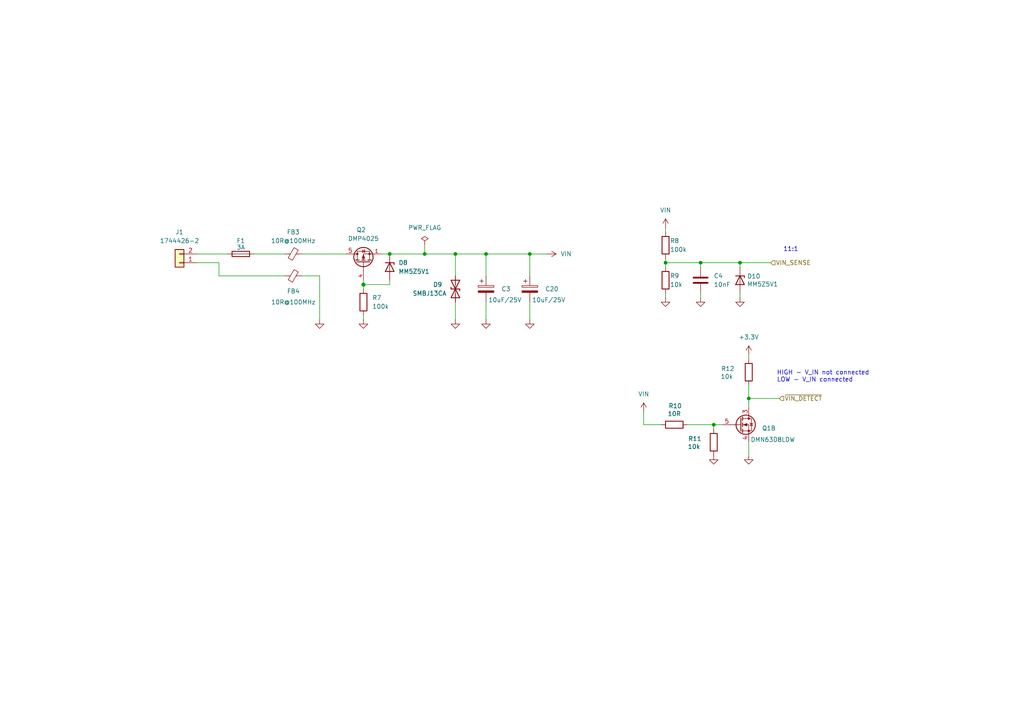
<source format=kicad_sch>
(kicad_sch (version 20231120) (generator "eeschema") (generator_version "8.0")
  (paper "A4")
  (title_block (title "Interface shield") (date "2024-06-04") (rev "${VERSION}") (company "TrendBit s.r.o.") (comment 1 "Designed by: Petr Malaník"))
  (lib_symbols
    (symbol "Connector_Generic:Conn_01x02" (pin_names (offset 1.016) hide)
      (property "Reference" "J" (at 0 2.54 0))
      (property "Value" "Conn_01x02" (at 0 -5.08 0))
      (symbol "Conn_01x02_1_1"
        (rectangle (start -1.27 -2.413) (end 0 -2.667) (stroke (width 0.1524)))
        (rectangle (start -1.27 0.127) (end 0 -0.127) (stroke (width 0.1524)))
        (rectangle (start -1.27 1.27) (end 1.27 -3.81) (stroke (width 0.254)) (fill (type background)))
        (pin passive line (at -5.08 0 0) (length 3.81) (name "Pin_1") (number "1"))
        (pin passive line (at -5.08 -2.54 0) (length 3.81) (name "Pin_2") (number "2"))
      )
    )
    (symbol "Device:C" (pin_numbers hide) (pin_names (offset 0.254))
      (property "Reference" "C" (at 0.635 2.54 0))
      (property "Value" "C" (at 0.635 -2.54 0))
      (symbol "C_0_1"
        (polyline (pts (xy -2.032 -0.762) (xy 2.032 -0.762)) (stroke (width 0.508)))
        (polyline (pts (xy -2.032 0.762) (xy 2.032 0.762)) (stroke (width 0.508)))
      )
      (symbol "C_1_1"
        (pin passive line (at 0 3.81 270) (length 2.794) (name "~") (number "1"))
        (pin passive line (at 0 -3.81 90) (length 2.794) (name "~") (number "2"))
      )
    )
    (symbol "Device:C_Polarized" (pin_numbers hide) (pin_names (offset 0.254))
      (property "Reference" "C" (at 0.635 2.54 0))
      (property "Value" "C_Polarized" (at 0.635 -2.54 0))
      (symbol "C_Polarized_0_1"
        (rectangle (start -2.286 0.508) (end 2.286 1.016))
        (polyline (pts (xy -1.778 2.286) (xy -0.762 2.286)))
        (polyline (pts (xy -1.27 2.794) (xy -1.27 1.778)))
        (rectangle (start 2.286 -0.508) (end -2.286 -1.016) (fill (type outline)))
      )
      (symbol "C_Polarized_1_1"
        (pin passive line (at 0 3.81 270) (length 2.794) (name "~") (number "1"))
        (pin passive line (at 0 -3.81 90) (length 2.794) (name "~") (number "2"))
      )
    )
    (symbol "Device:D_TVS" (pin_numbers hide) (pin_names (offset 1.016) hide)
      (property "Reference" "D" (at 0 2.54 0))
      (property "Value" "D_TVS" (at 0 -2.54 0))
      (symbol "D_TVS_0_1"
        (polyline (pts (xy 1.27 0) (xy -1.27 0)))
        (polyline (pts (xy 0.508 1.27) (xy 0 1.27) (xy 0 -1.27) (xy -0.508 -1.27)) (stroke (width 0.254)))
        (polyline (pts (xy -2.54 1.27) (xy -2.54 -1.27) (xy 2.54 1.27) (xy 2.54 -1.27) (xy -2.54 1.27)) (stroke (width 0.254)))
      )
      (symbol "D_TVS_1_1"
        (pin passive line (at -3.81 0 0) (length 2.54) (name "A1") (number "1"))
        (pin passive line (at 3.81 0 180) (length 2.54) (name "A2") (number "2"))
      )
    )
    (symbol "Device:D_Zener" (pin_numbers hide) (pin_names (offset 1.016) hide)
      (property "Reference" "D" (at 0 2.54 0))
      (property "Value" "D_Zener" (at 0 -2.54 0))
      (symbol "D_Zener_0_1"
        (polyline (pts (xy 1.27 0) (xy -1.27 0)))
        (polyline (pts (xy -1.27 -1.27) (xy -1.27 1.27) (xy -0.762 1.27)) (stroke (width 0.254)))
        (polyline (pts (xy 1.27 -1.27) (xy 1.27 1.27) (xy -1.27 0) (xy 1.27 -1.27)) (stroke (width 0.254)))
      )
      (symbol "D_Zener_1_1"
        (pin passive line (at -3.81 0 0) (length 2.54) (name "K") (number "1"))
        (pin passive line (at 3.81 0 180) (length 2.54) (name "A") (number "2"))
      )
    )
    (symbol "Device:FerriteBead_Small" (pin_numbers hide) (pin_names (offset 0))
      (property "Reference" "FB" (at 1.905 1.27 0))
      (property "Value" "FerriteBead_Small" (at 1.905 -1.27 0))
      (symbol "FerriteBead_Small_0_1"
        (polyline (pts (xy 0 -1.27) (xy 0 -0.7874)))
        (polyline (pts (xy 0 0.889) (xy 0 1.2954)))
        (polyline (pts (xy -1.8288 0.2794) (xy -1.1176 1.4986) (xy 1.8288 -0.2032) (xy 1.1176 -1.4224) (xy -1.8288 0.2794)))
      )
      (symbol "FerriteBead_Small_1_1"
        (pin passive line (at 0 2.54 270) (length 1.27) (name "~") (number "1"))
        (pin passive line (at 0 -2.54 90) (length 1.27) (name "~") (number "2"))
      )
    )
    (symbol "Device:Fuse" (pin_numbers hide) (pin_names (offset 0))
      (property "Reference" "F" (at 2.032 0 90))
      (property "Value" "Fuse" (at -1.905 0 90))
      (symbol "Fuse_0_1"
        (rectangle (start -0.762 -2.54) (end 0.762 2.54) (stroke (width 0.254)))
        (polyline (pts (xy 0 2.54) (xy 0 -2.54)))
      )
      (symbol "Fuse_1_1"
        (pin passive line (at 0 3.81 270) (length 1.27) (name "~") (number "1"))
        (pin passive line (at 0 -3.81 90) (length 1.27) (name "~") (number "2"))
      )
    )
    (symbol "Device:R" (pin_numbers hide) (pin_names (offset 0))
      (property "Reference" "R" (at 2.032 0 90))
      (property "Value" "R" (at 0 0 90))
      (symbol "R_0_1"
        (rectangle (start -1.016 -2.54) (end 1.016 2.54) (stroke (width 0.254)))
      )
      (symbol "R_1_1"
        (pin passive line (at 0 3.81 270) (length 1.27) (name "~") (number "1"))
        (pin passive line (at 0 -3.81 90) (length 1.27) (name "~") (number "2"))
      )
    )
    (symbol "TCY_transistors:DMN63D8LDW" (pin_names (offset 0) hide)
      (property "Reference" "Q" (at 6.35 1.27 0))
      (property "Value" "DMN63D8LDW" (at 19.05 -1.27 0))
      (symbol "DMN63D8LDW_0_1"
        (polyline (pts (xy 0.254 0) (xy -2.54 0)))
        (polyline (pts (xy 0.254 1.905) (xy 0.254 -1.905)) (stroke (width 0.254)))
        (polyline (pts (xy 0.762 -1.27) (xy 0.762 -2.286)) (stroke (width 0.254)))
        (polyline (pts (xy 0.762 0.508) (xy 0.762 -0.508)) (stroke (width 0.254)))
        (polyline (pts (xy 0.762 2.286) (xy 0.762 1.27)) (stroke (width 0.254)))
        (polyline (pts (xy 2.54 2.54) (xy 2.54 1.778)))
        (polyline (pts (xy 2.54 -2.54) (xy 2.54 0) (xy 0.762 0)))
        (polyline (pts (xy 0.762 -1.778) (xy 3.302 -1.778) (xy 3.302 1.778) (xy 0.762 1.778)))
        (polyline (pts (xy 1.016 0) (xy 2.032 0.381) (xy 2.032 -0.381) (xy 1.016 0)) (fill (type outline)))
        (polyline (pts (xy 2.794 0.508) (xy 2.921 0.381) (xy 3.683 0.381) (xy 3.81 0.254)))
        (polyline (pts (xy 3.302 0.381) (xy 2.921 -0.254) (xy 3.683 -0.254) (xy 3.302 0.381)))
        (circle (center 1.651 0) (radius 2.794) (stroke (width 0.254)))
        (circle (center 2.54 -1.778) (radius 0.254) (fill (type outline)))
        (circle (center 2.54 1.778) (radius 0.254) (fill (type outline)))
      )
      (symbol "DMN63D8LDW_1_1"
        (pin passive line (at 2.54 -5.08 90) (length 2.54) (name "S") (number "1"))
        (pin input line (at -5.08 0 0) (length 2.54) (name "G") (number "2"))
        (pin passive line (at 2.54 5.08 270) (length 2.54) (name "D") (number "6"))
      )
      (symbol "DMN63D8LDW_2_1"
        (pin passive line (at 2.54 5.08 270) (length 2.54) (name "D") (number "3"))
        (pin passive line (at 2.54 -5.08 90) (length 2.54) (name "S") (number "4"))
        (pin input line (at -5.08 0 0) (length 2.54) (name "G") (number "5"))
      )
    )
    (symbol "TCY_transistors:SiS413DN" (pin_names hide)
      (property "Reference" "Q" (at 8.89 2.54 0))
      (property "Value" "SiS413DN" (at 8.89 0 0))
      (symbol "SiS413DN_0_1"
        (circle (center -0.889 0) (radius 2.794) (stroke (width 0.254)))
        (circle (center 0 -1.778) (radius 0.254) (fill (type outline)))
        (polyline (pts (xy -2.286 0) (xy -5.08 0)))
        (polyline (pts (xy -2.286 1.905) (xy -2.286 -1.905)) (stroke (width 0.254)))
        (polyline (pts (xy -1.778 -1.27) (xy -1.778 -2.286)) (stroke (width 0.254)))
        (polyline (pts (xy -1.778 0.508) (xy -1.778 -0.508)) (stroke (width 0.254)))
        (polyline (pts (xy -1.778 2.286) (xy -1.778 1.27)) (stroke (width 0.254)))
        (polyline (pts (xy 0 2.54) (xy 0 1.778)))
        (polyline (pts (xy 0 -2.54) (xy 0 0) (xy -1.778 0)))
        (polyline (pts (xy -1.778 1.778) (xy 0.762 1.778) (xy 0.762 -1.778) (xy -1.778 -1.778)))
        (polyline (pts (xy -0.254 0) (xy -1.27 0.381) (xy -1.27 -0.381) (xy -0.254 0)) (fill (type outline)))
        (polyline (pts (xy 0.254 -0.508) (xy 0.381 -0.381) (xy 1.143 -0.381) (xy 1.27 -0.254)))
        (polyline (pts (xy 0.762 -0.381) (xy 0.381 0.254) (xy 1.143 0.254) (xy 0.762 -0.381)))
        (circle (center 0 1.778) (radius 0.254) (fill (type outline)))
      )
      (symbol "SiS413DN_1_1"
        (pin passive line (at 0 -5.08 90) (length 2.54) (name "S") (number "1"))
        (pin passive line (at 0 -5.08 90) (length 2.54) hide (name "S") (number "2"))
        (pin passive line (at 0 -5.08 90) (length 2.54) hide (name "S") (number "3"))
        (pin passive line (at -7.62 0 0) (length 2.54) (name "G") (number "4"))
        (pin passive line (at 0 5.08 270) (length 2.54) (name "D") (number "5"))
      )
    )
    (symbol "power:+3.3V" (power) (pin_numbers hide) (pin_names (offset 0) hide)
      (property "Value" "+3.3V" (at 0 3.556 0))
      (symbol "+3.3V_0_1"
        (polyline (pts (xy -0.762 1.27) (xy 0 2.54)))
        (polyline (pts (xy 0 0) (xy 0 2.54)))
        (polyline (pts (xy 0 2.54) (xy 0.762 1.27)))
      )
      (symbol "+3.3V_1_1"
        (pin power_in line (at 0 0 90) (length 0) (name "~") (number "1"))
      )
    )
    (symbol "power:GND" (power) (pin_numbers hide) (pin_names (offset 0) hide)
      (property "Value" "GND" (at 0 -3.81 0))
      (symbol "GND_0_1"
        (polyline (pts (xy 0 0) (xy 0 -1.27) (xy 1.27 -1.27) (xy 0 -2.54) (xy -1.27 -1.27) (xy 0 -1.27)))
      )
      (symbol "GND_1_1"
        (pin power_in line (at 0 0 270) (length 0) (name "~") (number "1"))
      )
    )
    (symbol "power:PWR_FLAG" (power) (pin_numbers hide) (pin_names (offset 0) hide)
      (property "Value" "PWR_FLAG" (at 0 3.81 0))
      (symbol "PWR_FLAG_0_0"
        (pin power_out line (at 0 0 90) (length 0) (name "~") (number "1"))
      )
      (symbol "PWR_FLAG_0_1"
        (polyline (pts (xy 0 0) (xy 0 1.27) (xy -1.016 1.905) (xy 0 2.54) (xy 1.016 1.905) (xy 0 1.27)))
      )
    )
    (symbol "power:VCC" (power) (pin_numbers hide) (pin_names (offset 0) hide)
      (property "Value" "VCC" (at 0 3.556 0))
      (symbol "VCC_0_1"
        (polyline (pts (xy -0.762 1.27) (xy 0 2.54)))
        (polyline (pts (xy 0 0) (xy 0 2.54)))
        (polyline (pts (xy 0 2.54) (xy 0.762 1.27)))
      )
      (symbol "VCC_1_1"
        (pin power_in line (at 0 0 90) (length 0) (name "~") (number "1"))
      )
    )
  )
  (junction (at 214.63 76.2))
  (junction (at 132.08 73.66))
  (junction (at 153.67 73.66))
  (junction (at 203.2 76.2))
  (junction (at 217.17 115.57))
  (junction (at 193.04 76.2))
  (junction (at 207.01 123.19))
  (junction (at 113.03 73.66))
  (junction (at 123.19 73.66))
  (junction (at 140.97 73.66))
  (junction (at 105.41 82.55) (diameter 1.016))
  (wire (pts (xy 132.08 87.63) (xy 132.08 92.71)))
  (wire (pts (xy 113.03 81.28) (xy 113.03 82.55)))
  (wire (pts (xy 110.49 73.66) (xy 113.03 73.66)))
  (wire (pts (xy 214.63 76.2) (xy 214.63 77.47)))
  (wire (pts (xy 132.08 73.66) (xy 140.97 73.66)))
  (wire (pts (xy 57.15 73.66) (xy 66.04 73.66)))
  (wire (pts (xy 57.15 76.2) (xy 63.5 76.2)))
  (wire (pts (xy 153.67 73.66) (xy 153.67 80.01)))
  (wire (pts (xy 193.04 76.2) (xy 203.2 76.2)))
  (wire (pts (xy 153.67 73.66) (xy 158.75 73.66)))
  (wire (pts (xy 105.41 81.28) (xy 105.41 82.55)))
  (wire (pts (xy 203.2 85.09) (xy 203.2 86.36)))
  (wire (pts (xy 123.19 73.66) (xy 132.08 73.66)))
  (wire (pts (xy 132.08 73.66) (xy 132.08 80.01)))
  (wire (pts (xy 113.03 73.66) (xy 123.19 73.66)))
  (wire (pts (xy 203.2 76.2) (xy 214.63 76.2)))
  (wire (pts (xy 199.39 123.19) (xy 207.01 123.19)))
  (wire (pts (xy 153.67 87.63) (xy 153.67 92.71)))
  (wire (pts (xy 207.01 123.19) (xy 209.55 123.19)))
  (wire (pts (xy 87.63 73.66) (xy 100.33 73.66)))
  (wire (pts (xy 217.17 128.27) (xy 217.17 132.08)))
  (wire (pts (xy 193.04 74.93) (xy 193.04 76.2)))
  (wire (pts (xy 140.97 73.66) (xy 140.97 80.01)))
  (wire (pts (xy 140.97 73.66) (xy 153.67 73.66)))
  (wire (pts (xy 214.63 85.09) (xy 214.63 86.36)))
  (wire (pts (xy 82.55 80.01) (xy 63.5 80.01)))
  (wire (pts (xy 214.63 76.2) (xy 223.52 76.2)))
  (wire (pts (xy 217.17 115.57) (xy 226.06 115.57)))
  (wire (pts (xy 193.04 66.04) (xy 193.04 67.31)))
  (wire (pts (xy 193.04 85.09) (xy 193.04 86.36)))
  (wire (pts (xy 217.17 102.87) (xy 217.17 104.14)))
  (wire (pts (xy 123.19 71.12) (xy 123.19 73.66)))
  (wire (pts (xy 73.66 73.66) (xy 82.55 73.66)))
  (wire (pts (xy 193.04 76.2) (xy 193.04 77.47)))
  (wire (pts (xy 63.5 80.01) (xy 63.5 76.2)))
  (wire (pts (xy 105.41 82.55) (xy 105.41 83.82)))
  (wire (pts (xy 217.17 111.76) (xy 217.17 115.57)))
  (wire (pts (xy 92.71 80.01) (xy 92.71 92.71)))
  (wire (pts (xy 87.63 80.01) (xy 92.71 80.01)))
  (wire (pts (xy 191.77 123.19) (xy 186.69 123.19)))
  (wire (pts (xy 105.41 91.44) (xy 105.41 92.71)))
  (wire (pts (xy 207.01 123.19) (xy 207.01 124.46)))
  (wire (pts (xy 217.17 115.57) (xy 217.17 118.11)))
  (wire (pts (xy 186.69 123.19) (xy 186.69 119.38)))
  (wire (pts (xy 113.03 82.55) (xy 105.41 82.55)))
  (wire (pts (xy 140.97 87.63) (xy 140.97 92.71)))
  (wire (pts (xy 203.2 76.2) (xy 203.2 77.47)))
  (text "HIGH - V_IN not connected\nLOW - V_IN connected" (at 225.298 109.22 0) (effects (font (size 1.27 1.27)) (justify left)))
  (text "11:1" (at 229.362 72.39 0) (effects (font (size 1.27 1.27))))
  (hierarchical_label "~{VIN_DETECT}" (shape input) (at 226.06 115.57 0))
  (hierarchical_label "VIN_SENSE" (shape input) (at 223.52 76.2 0))
  (symbol (lib_id "Device:R") (at 105.41 87.63 0) (unit 1)
    (property "Reference" "R7" (at 107.95 86.36 0) (effects (justify left)))
    (property "Value" "100k" (at 107.95 88.9 0) (effects (justify left)))
    (property "Footprint" "Resistor_SMD:R_0603_1608Metric" (effects (hide yes)))
    (property "LCSC" "C25803" (effects (hide yes)))
  )
  (symbol (lib_id "Connector_Generic:Conn_01x02") (at 52.07 76.2 180) (unit 1)
    (property "Reference" "J1" (at 52.07 67.31 0))
    (property "Value" "1744426-2" (at 52.07 69.85 0))
    (property "Footprint" "TCY_connectors:TE_EP2.5_1744426-2_1x02_P2.50mm_Horizontal" (effects (hide yes)))
    (property "MPN" "1744426-2" (effects (hide yes)))
    (property "Mouser" "https://cz.mouser.com/ProductDetail/TE-Connectivity-AMP/1744426-2?qs=IGPQaF7TU6sqa55bZxfMjA%3D%3D" (effects (hide yes)))
    (property "JLCPCB" "C5169683" (effects (hide yes)))
    (property "LCSC" "C5169683" (effects (hide yes)))
  )
  (symbol (lib_id "power:VCC") (at 186.69 119.38 0) (unit 1)
    (property "Reference" "#PWR020" (effects (hide yes)))
    (property "Value" "VIN" (at 186.69 114.3 0))
    (property "Description" "Power symbol creates a global label with name \"VIN\"" (effects (hide yes)))
  )
  (symbol (lib_id "power:GND") (at 132.08 92.71 0) (unit 1)
    (property "Reference" "#PWR017" (effects (hide yes)))
    (property "Value" "GND" (effects (hide yes)))
    (property "Description" "Power symbol creates a global label with name \"GND\" , ground" (effects (hide yes)))
  )
  (symbol (lib_id "TCY_transistors:DMN63D8LDW") (at 214.63 123.19 0) (unit 2)
    (property "Reference" "Q1" (at 220.98 124.206 0) (effects (justify left)))
    (property "Value" "DMN63D8LDW" (at 217.678 127.508 0) (effects (justify left)))
    (property "Footprint" "Package_TO_SOT_SMD:SOT-363_SC-70-6" (effects (hide yes)))
    (property "Description" "Dual NMOS transistor, 6 pin package" (effects (hide yes)))
    (property "MPN" "DMN63D8LDW-7" (effects (hide yes)))
    (property "Mouser" "https://cz.mouser.com/ProductDetail/Diodes-Incorporated/DMN63D8LDW-7?qs=wo71MgyKIyE2w30D2buODQ%3D%3D" (effects (hide yes)))
    (property "JLCPCB" "C211422" (effects (hide yes)))
    (property "LCSC" "C211422" (effects (hide yes)))
  )
  (symbol (lib_id "Device:C_Polarized") (at 140.97 83.82 0) (unit 1)
    (property "Reference" "C3" (at 145.415 83.82 0) (effects (justify left)))
    (property "Value" "10uF/25V" (at 141.605 86.995 0) (effects (justify left)))
    (property "Footprint" "Capacitor_SMD:CP_Elec_4x5.4" (effects (hide yes)))
    (property "MPN" " CK1E100M-CRC54" (effects (hide yes)))
    (property "JLCPCB" "C3001226" (effects (hide yes)))
    (property "LCSC" "C3001226" (effects (hide yes)))
  )
  (symbol (lib_id "Device:R") (at 193.04 81.28 0) (unit 1)
    (property "Reference" "R9" (at 194.31 80.01 0) (effects (justify left)))
    (property "Value" "10k" (at 194.31 82.55 0) (effects (justify left)))
    (property "Footprint" "Resistor_SMD:R_0603_1608Metric" (effects (hide yes)))
    (property "LCSC" "C25804" (effects (hide yes)))
  )
  (symbol (lib_id "power:+3.3V") (at 217.17 102.87 0) (unit 1)
    (property "Reference" "#PWR074" (effects (hide yes)))
    (property "Value" "+3.3V" (at 217.17 97.79 0))
    (property "Description" "Power symbol creates a global label with name \"+3.3V\"" (effects (hide yes)))
  )
  (symbol (lib_id "Device:C") (at 203.2 81.28 0) (unit 1)
    (property "Reference" "C4" (at 207.01 80.01 0) (effects (justify left)))
    (property "Value" "10nF" (at 207.01 82.55 0) (effects (justify left)))
    (property "Footprint" "Capacitor_SMD:C_0603_1608Metric" (effects (hide yes)))
    (property "LCSC" "C57112" (effects (hide yes)))
  )
  (symbol (lib_id "Device:R") (at 207.01 128.27 0) (unit 1)
    (property "Reference" "R11" (at 201.549 127.254 0))
    (property "Value" "10k" (at 201.295 129.54 0))
    (property "Footprint" "Resistor_SMD:R_0603_1608Metric" (effects (hide yes)))
    (property "Description" "Resistor" (effects (hide yes)))
    (property "LCSC" "C25804" (effects (hide yes)))
  )
  (symbol (lib_id "Device:D_TVS") (at 132.08 83.82 270) (unit 1)
    (property "Reference" "D9" (at 128.27 82.55 90) (effects (justify right)))
    (property "Value" "SMBJ13CA" (at 129.54 85.09 90) (effects (justify right)))
    (property "Footprint" "Diode_SMD:D_SMB" (effects (hide yes)))
    (property "Description" "Bidirectional transient-voltage-suppression diode" (effects (hide yes)))
    (property "MPN" "SMBJ13CA" (effects (hide yes)))
    (property "Mouser" "https://cz.mouser.com/ProductDetail/Bourns/SMBJ13CA?qs=d7fLapxX37FPbKcZvfOanQ%3D%3D" (effects (hide yes)))
    (property "JLCPCB" "C19077568" (effects (hide yes)))
    (property "LCSC" "C19077568" (effects (hide yes)))
  )
  (symbol (lib_id "power:GND") (at 140.97 92.71 0) (unit 1)
    (property "Reference" "#PWR018" (effects (hide yes)))
    (property "Value" "GND" (effects (hide yes)))
    (property "Description" "Power symbol creates a global label with name \"GND\" , ground" (effects (hide yes)))
  )
  (symbol (lib_id "power:GND") (at 193.04 86.36 0) (unit 1)
    (property "Reference" "#PWR022" (effects (hide yes)))
    (property "Value" "GND" (effects (hide yes)))
    (property "Description" "Power symbol creates a global label with name \"GND\" , ground" (effects (hide yes)))
  )
  (symbol (lib_id "Device:R") (at 195.58 123.19 90) (unit 1)
    (property "Reference" "R10" (at 195.834 117.729 90))
    (property "Value" "10R" (at 195.58 120.015 90))
    (property "Footprint" "Resistor_SMD:R_0603_1608Metric" (effects (hide yes)))
    (property "Description" "Resistor" (effects (hide yes)))
    (property "LCSC" "C23193" (effects (hide yes)))
  )
  (symbol (lib_id "power:PWR_FLAG") (at 123.19 71.12 0) (unit 1)
    (property "Reference" "#FLG03" (effects (hide yes)))
    (property "Value" "PWR_FLAG" (at 123.19 66.04 0))
    (property "Description" "Special symbol for telling ERC where power comes from" (effects (hide yes)))
  )
  (symbol (lib_id "power:GND") (at 207.01 132.08 0) (unit 1)
    (property "Reference" "#PWR024" (effects (hide yes)))
    (property "Value" "GND" (effects (hide yes)))
    (property "Description" "Power symbol creates a global label with name \"GND\" , ground" (effects (hide yes)))
  )
  (symbol (lib_id "Device:D_Zener") (at 214.63 81.28 270) (unit 1)
    (property "Reference" "D10" (at 216.6621 80.1306 90) (effects (justify left)))
    (property "Value" "MM5Z5V1" (at 216.662 82.429 90) (effects (justify left)))
    (property "Footprint" "Diode_SMD:D_SOD-523" (effects (hide yes)))
    (property "Link" "https://cz.mouser.com/ProductDetail/Micro-Commercial-Components-MCC/BZT52C3V3T-TP?qs=ZNK0BnemlqH64jno0CHXZA%3D%3D" (effects (hide yes)))
    (property "MPN" "MM5Z5V1" (effects (hide yes)))
    (property "Mouser" "BZT52C3V3T-TP " (effects (hide yes)))
    (property "JLCPCB" "C2832572" (effects (hide yes)))
    (property "MPNA" "BZT52C3V3T-TP " (effects (hide yes)))
    (property "LCSC" "C2832572" (effects (hide yes)))
  )
  (symbol (lib_id "Device:C_Polarized") (at 153.67 83.82 0) (unit 1)
    (property "Reference" "C20" (at 158.115 83.82 0) (effects (justify left)))
    (property "Value" "10uF/25V" (at 154.305 86.995 0) (effects (justify left)))
    (property "Footprint" "Capacitor_SMD:CP_Elec_4x5.4" (effects (hide yes)))
    (property "MPN" " CK1E100M-CRC54" (effects (hide yes)))
    (property "JLCPCB" "C3001226" (effects (hide yes)))
    (property "LCSC" "C3001226" (effects (hide yes)))
  )
  (symbol (lib_id "Device:D_Zener") (at 113.03 77.47 270) (unit 1)
    (property "Reference" "D8" (at 115.57 76.2 90) (effects (justify left)))
    (property "Value" "MM5Z5V1" (at 115.57 78.74 90) (effects (justify left)))
    (property "Footprint" "Diode_SMD:D_SOD-523" (effects (hide yes)))
    (property "MPN" "MM5Z5V1" (effects (hide yes)))
    (property "Link" "https://cz.mouser.com/ProductDetail/Micro-Commercial-Components-MCC/BZT52C3V3T-TP?qs=ZNK0BnemlqH64jno0CHXZA%3D%3D" (effects (hide yes)))
    (property "JLCPCB" "C2832572" (effects (hide yes)))
    (property "MPNA" "BZT52C3V3T-TP " (effects (hide yes)))
    (property "LCSC" "C2832572" (effects (hide yes)))
  )
  (symbol (lib_id "Device:FerriteBead_Small") (at 85.09 80.01 90) (unit 1)
    (property "Reference" "FB4" (at 85.09 84.455 90))
    (property "Value" "10R@100MHz" (at 85.09 87.63 90))
    (property "Footprint" "Inductor_SMD:L_0603_1608Metric" (effects (hide yes)))
    (property "Description" "Ferrite bead, small symbol" (effects (hide yes)))
    (property "Link" "https://cz.mouser.com/ProductDetail/Murata-Electronics/BLM21PG220SN1D?qs=tuW2Z%252BT4A0yqSWmso6vkmg%3D%3D" (effects (hide yes)))
    (property "MPN" " GZ1608D601TF" (effects (hide yes)))
    (property "JLCPCB" "C2971881" (effects (hide yes)))
    (property "MPNA" "BLE18PK100SN1D" (effects (hide yes)))
    (property "Mouser" "https://cz.mouser.com/ProductDetail/Murata-Electronics/BLE18PK100SN1D?qs=W%2FMpXkg%252BdQ6tzBmLeY1psA%3D%3D" (effects (hide yes)))
    (property "LCSC" "C2971881" (effects (hide yes)))
  )
  (symbol (lib_id "Device:FerriteBead_Small") (at 85.09 73.66 90) (unit 1)
    (property "Reference" "FB3" (at 85.0519 67.31 90))
    (property "Value" "10R@100MHz" (at 85.0519 69.85 90))
    (property "Footprint" "Inductor_SMD:L_0603_1608Metric" (effects (hide yes)))
    (property "Description" "Ferrite bead, small symbol" (effects (hide yes)))
    (property "Link" "https://cz.mouser.com/ProductDetail/Murata-Electronics/BLM21PG220SN1D?qs=tuW2Z%252BT4A0yqSWmso6vkmg%3D%3D" (effects (hide yes)))
    (property "MPN" " GZ1608D601TF" (effects (hide yes)))
    (property "JLCPCB" "C2971881" (effects (hide yes)))
    (property "MPNA" "BLE18PK100SN1D" (effects (hide yes)))
    (property "Mouser" "https://cz.mouser.com/ProductDetail/Murata-Electronics/BLE18PK100SN1D?qs=W%2FMpXkg%252BdQ6tzBmLeY1psA%3D%3D" (effects (hide yes)))
    (property "LCSC" "C2971881" (effects (hide yes)))
  )
  (symbol (lib_id "Device:R") (at 217.17 107.95 0) (unit 1)
    (property "Reference" "R12" (at 211.074 106.934 0))
    (property "Value" "10k" (at 210.82 109.22 0))
    (property "Footprint" "Resistor_SMD:R_0603_1608Metric" (effects (hide yes)))
    (property "Description" "Resistor" (effects (hide yes)))
    (property "LCSC" "C25804" (effects (hide yes)))
  )
  (symbol (lib_id "Device:R") (at 193.04 71.12 0) (unit 1)
    (property "Reference" "R8" (at 194.31 69.85 0) (effects (justify left)))
    (property "Value" "100k" (at 194.31 72.39 0) (effects (justify left)))
    (property "Footprint" "Resistor_SMD:R_0603_1608Metric" (effects (hide yes)))
    (property "LCSC" "C25803" (effects (hide yes)))
  )
  (symbol (lib_id "TCY_transistors:SiS413DN") (at 105.41 73.66 90) (unit 1)
    (property "Reference" "Q2" (at 104.775 66.675 90))
    (property "Value" "DMP4025" (at 105.41 69.215 90))
    (property "Footprint" "Package_SON:Diodes_PowerDI3333-8" (effects (hide yes)))
    (property "Datasheet" "https://www.vishay.com/docs/63262/sis413dn.pdf" (effects (hide yes)))
    (property "MPN" "DMP4025SFGQ-13" (effects (hide yes)))
    (property "Link" "https://cz.mouser.com/ProductDetail/Vishay-Semiconductors/SISA35DN-T1-GE3?qs=xZ%2FP%252Ba9zWqbzg0tXMvfS4g%3D%3D" (effects (hide yes)))
    (property "JLCPCB" "C461091" (effects (hide yes)))
    (property "MPNA" "SISA35DN-T1-GE3" (effects (hide yes)))
    (property "Mouser" "https://cz.mouser.com/ProductDetail/Vishay-Semiconductors/SISA35DN-T1-GE3?qs=xZ%2FP%252Ba9zWqbzg0tXMvfS4g%3D%3D" (effects (hide yes)))
    (property "LCSC" "C461091" (effects (hide yes)))
  )
  (symbol (lib_id "power:GND") (at 203.2 86.36 0) (unit 1)
    (property "Reference" "#PWR023" (effects (hide yes)))
    (property "Value" "GND" (effects (hide yes)))
    (property "Description" "Power symbol creates a global label with name \"GND\" , ground" (effects (hide yes)))
  )
  (symbol (lib_id "power:VCC") (at 193.04 66.04 0) (unit 1)
    (property "Reference" "#PWR021" (effects (hide yes)))
    (property "Value" "VIN" (at 193.04 60.96 0))
    (property "Description" "Power symbol creates a global label with name \"VIN\"" (effects (hide yes)))
  )
  (symbol (lib_id "power:GND") (at 214.63 86.36 0) (unit 1)
    (property "Reference" "#PWR025" (effects (hide yes)))
    (property "Value" "GND" (effects (hide yes)))
    (property "Description" "Power symbol creates a global label with name \"GND\" , ground" (effects (hide yes)))
  )
  (symbol (lib_id "power:GND") (at 105.41 92.71 0) (unit 1)
    (property "Reference" "#PWR016" (effects (hide yes)))
    (property "Value" "GND" (effects (hide yes)))
    (property "Description" "Power symbol creates a global label with name \"GND\" , ground" (effects (hide yes)))
  )
  (symbol (lib_id "power:GND") (at 153.67 92.71 0) (unit 1)
    (property "Reference" "#PWR026" (effects (hide yes)))
    (property "Value" "GND" (effects (hide yes)))
    (property "Description" "Power symbol creates a global label with name \"GND\" , ground" (effects (hide yes)))
  )
  (symbol (lib_id "power:VCC") (at 158.75 73.66 270) (unit 1)
    (property "Reference" "#PWR019" (effects (hide yes)))
    (property "Value" "VIN" (at 162.56 73.6599 90) (effects (justify left)))
    (property "Description" "Power symbol creates a global label with name \"VIN\"" (effects (hide yes)))
  )
  (symbol (lib_id "power:GND") (at 92.71 92.71 0) (unit 1)
    (property "Reference" "#PWR015" (effects (hide yes)))
    (property "Value" "GND" (effects (hide yes)))
    (property "Description" "Power symbol creates a global label with name \"GND\" , ground" (effects (hide yes)))
  )
  (symbol (lib_id "power:GND") (at 217.17 132.08 0) (unit 1)
    (property "Reference" "#PWR027" (effects (hide yes)))
    (property "Value" "GND" (effects (hide yes)))
    (property "Description" "Power symbol creates a global label with name \"GND\" , ground" (effects (hide yes)))
  )
  (symbol (lib_id "Device:Fuse") (at 69.85 73.66 90) (unit 1)
    (property "Reference" "F1" (at 69.85 69.85 90))
    (property "Value" "3A" (at 69.85 71.755 90))
    (property "Footprint" "Fuse:Fuse_1812_4532Metric" (effects (hide yes)))
    (property "MPN" "1812L300/24SLER" (effects (hide yes)))
    (property "Mouser" "https://cz.mouser.com/ProductDetail/Littelfuse/1812L300-24SLER?qs=7MVldsJ5UaxHXD%252BUZrdyuw%3D%3D" (effects (hide yes)))
    (property "JLCPCB" "C5301865" (effects (hide yes)))
    (property "MPNA" "BSMD1812-350-16V" (effects (hide yes)))
    (property "LCSC" "C5301865" (effects (hide yes)))
  )
)
</source>
